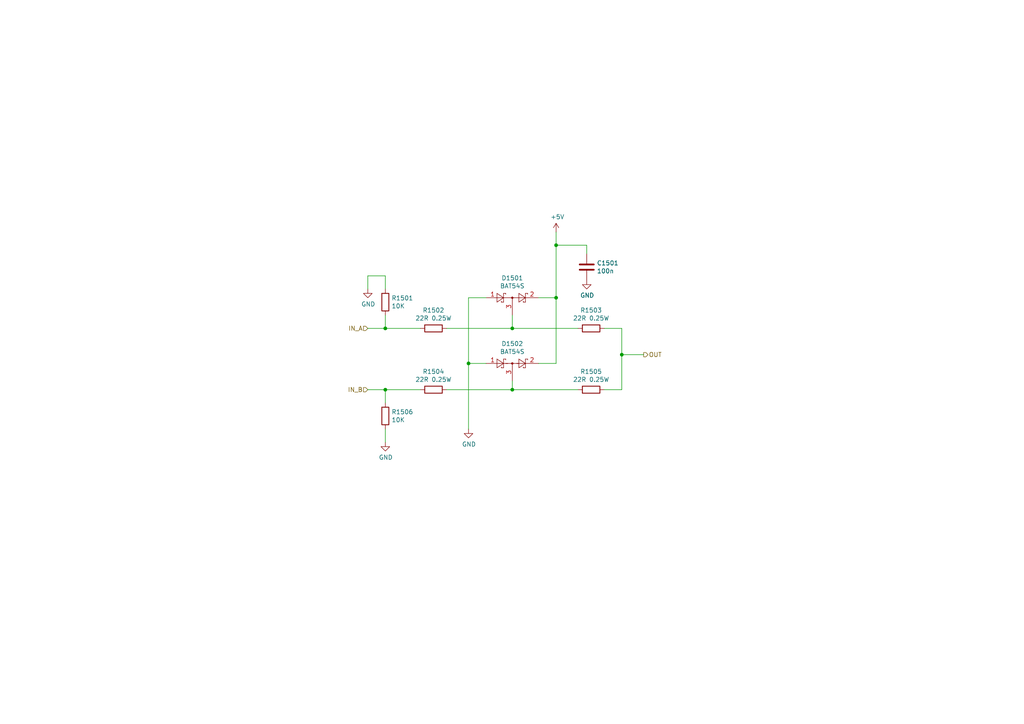
<source format=kicad_sch>
(kicad_sch (version 20211123) (generator eeschema)
  (paper "A4")
  (title_block (title "WS2812 Controller") (date "2021-10-10") (rev "1") (company "Stefan Misik") (comment 1 "LED Driver Output Stage"))
  (lib_symbols
    (symbol "Device:C" (pin_numbers hide) (pin_names (offset 0.254))
      (property "Reference" "C" (at 0.635 2.54 0))
      (property "Value" "C" (at 0.635 -2.54 0))
      (symbol "C_0_1"
        (polyline (pts (xy -2.032 -0.762) (xy 2.032 -0.762)) (stroke (width 0.508)))
        (polyline (pts (xy -2.032 0.762) (xy 2.032 0.762)) (stroke (width 0.508)))
      )
      (symbol "C_1_1"
        (pin passive line (at 0 3.81 270) (length 2.794) (name "~") (number "1"))
        (pin passive line (at 0 -3.81 90) (length 2.794) (name "~") (number "2"))
      )
    )
    (symbol "Device:R" (pin_numbers hide) (pin_names (offset 0))
      (property "Reference" "R" (at 2.032 0 90))
      (property "Value" "R" (at 0 0 90))
      (symbol "R_0_1"
        (rectangle (start -1.016 -2.54) (end 1.016 2.54) (stroke (width 0.254)))
      )
      (symbol "R_1_1"
        (pin passive line (at 0 3.81 270) (length 1.27) (name "~") (number "1"))
        (pin passive line (at 0 -3.81 90) (length 1.27) (name "~") (number "2"))
      )
    )
    (symbol "Diode:BAT54S" (pin_names (offset 1.016))
      (property "Reference" "D" (at 0.635 -3.81 0))
      (property "Value" "BAT54S" (at -6.35 3.175 0))
      (symbol "BAT54S_0_1"
        (polyline (pts (xy -3.81 0) (xy -1.27 0)))
        (polyline (pts (xy -3.175 -1.27) (xy -3.175 -1.016)))
        (polyline (pts (xy -2.54 -1.27) (xy -3.175 -1.27)))
        (polyline (pts (xy -2.54 -1.27) (xy -2.54 1.27)))
        (polyline (pts (xy -2.54 1.27) (xy -1.905 1.27)))
        (polyline (pts (xy -1.905 0) (xy 1.905 0)))
        (polyline (pts (xy -1.905 1.27) (xy -1.905 1.016)))
        (polyline (pts (xy 1.27 0) (xy 3.81 0)))
        (polyline (pts (xy 3.175 -1.27) (xy 3.175 -1.016)))
        (polyline (pts (xy 3.81 -1.27) (xy 3.175 -1.27)))
        (polyline (pts (xy 3.81 -1.27) (xy 3.81 1.27)))
        (polyline (pts (xy 3.81 1.27) (xy 4.445 1.27)))
        (polyline (pts (xy 4.445 1.27) (xy 4.445 1.016)))
        (polyline (pts (xy -4.445 1.27) (xy -4.445 -1.27) (xy -2.54 0) (xy -4.445 1.27)))
        (polyline (pts (xy 1.905 1.27) (xy 1.905 -1.27) (xy 3.81 0) (xy 1.905 1.27)))
        (circle (center 0 0) (radius 0.254) (fill (type outline)))
      )
      (symbol "BAT54S_1_1"
        (pin passive line (at -7.62 0 0) (length 3.81) (name "~") (number "1"))
        (pin passive line (at 7.62 0 180) (length 3.81) (name "~") (number "2"))
        (pin passive line (at 0 -5.08 90) (length 5.08) (name "~") (number "3"))
      )
    )
    (symbol "power:+5V" (power) (pin_names (offset 0))
      (property "Value" "+5V" (at 0 3.556 0))
      (symbol "+5V_0_1"
        (polyline (pts (xy -0.762 1.27) (xy 0 2.54)))
        (polyline (pts (xy 0 0) (xy 0 2.54)))
        (polyline (pts (xy 0 2.54) (xy 0.762 1.27)))
      )
      (symbol "+5V_1_1"
        (pin power_in line (at 0 0 90) (length 0) hide (name "+5V") (number "1"))
      )
    )
    (symbol "power:GND" (power) (pin_names (offset 0))
      (property "Value" "GND" (at 0 -3.81 0))
      (symbol "GND_0_1"
        (polyline (pts (xy 0 0) (xy 0 -1.27) (xy 1.27 -1.27) (xy 0 -2.54) (xy -1.27 -1.27) (xy 0 -1.27)))
      )
      (symbol "GND_1_1"
        (pin power_in line (at 0 0 270) (length 0) hide (name "GND") (number "1"))
      )
    )
  )
  (junction (at 135.89 105.41))
  (junction (at 161.29 71.12))
  (junction (at 161.29 86.36))
  (junction (at 111.76 113.03))
  (junction (at 148.59 95.25))
  (junction (at 180.34 102.87))
  (junction (at 148.59 113.03))
  (junction (at 111.76 95.25))
  (wire (pts (xy 129.54 113.03) (xy 148.59 113.03)))
  (wire (pts (xy 111.76 124.46) (xy 111.76 128.27)))
  (wire (pts (xy 161.29 71.12) (xy 161.29 86.36)))
  (wire (pts (xy 161.29 86.36) (xy 161.29 105.41)))
  (wire (pts (xy 148.59 95.25) (xy 167.64 95.25)))
  (wire (pts (xy 180.34 113.03) (xy 180.34 102.87)))
  (wire (pts (xy 135.89 124.46) (xy 135.89 105.41)))
  (wire (pts (xy 111.76 83.82) (xy 111.76 80.01)))
  (wire (pts (xy 111.76 113.03) (xy 121.92 113.03)))
  (wire (pts (xy 161.29 86.36) (xy 156.21 86.36)))
  (wire (pts (xy 135.89 86.36) (xy 140.97 86.36)))
  (wire (pts (xy 106.68 95.25) (xy 111.76 95.25)))
  (wire (pts (xy 186.69 102.87) (xy 180.34 102.87)))
  (wire (pts (xy 129.54 95.25) (xy 148.59 95.25)))
  (wire (pts (xy 135.89 105.41) (xy 140.97 105.41)))
  (wire (pts (xy 170.18 71.12) (xy 161.29 71.12)))
  (wire (pts (xy 175.26 113.03) (xy 180.34 113.03)))
  (wire (pts (xy 161.29 67.31) (xy 161.29 71.12)))
  (wire (pts (xy 106.68 80.01) (xy 106.68 83.82)))
  (wire (pts (xy 170.18 73.66) (xy 170.18 71.12)))
  (wire (pts (xy 148.59 91.44) (xy 148.59 95.25)))
  (wire (pts (xy 180.34 95.25) (xy 175.26 95.25)))
  (wire (pts (xy 111.76 116.84) (xy 111.76 113.03)))
  (wire (pts (xy 161.29 105.41) (xy 156.21 105.41)))
  (wire (pts (xy 180.34 102.87) (xy 180.34 95.25)))
  (wire (pts (xy 135.89 105.41) (xy 135.89 86.36)))
  (wire (pts (xy 148.59 110.49) (xy 148.59 113.03)))
  (wire (pts (xy 148.59 113.03) (xy 167.64 113.03)))
  (wire (pts (xy 111.76 95.25) (xy 121.92 95.25)))
  (wire (pts (xy 111.76 91.44) (xy 111.76 95.25)))
  (wire (pts (xy 111.76 80.01) (xy 106.68 80.01)))
  (wire (pts (xy 106.68 113.03) (xy 111.76 113.03)))
  (hierarchical_label "IN_A" (shape input) (at 106.68 95.25 180))
  (hierarchical_label "OUT" (shape output) (at 186.69 102.87 0))
  (hierarchical_label "IN_B" (shape input) (at 106.68 113.03 180))
  (symbol (lib_id "Device:R") (at 125.73 95.25 270)
    (property "Reference" "R1502" (at 125.73 89.9922 90))
    (property "Value" "22R 0.25W" (at 125.73 92.3036 90))
    (property "Footprint" "Resistor_SMD:R_1206_3216Metric_Pad1.30x1.75mm_HandSolder" (effects hide))
  )
  (symbol (lib_id "Device:R") (at 171.45 95.25 270)
    (property "Reference" "R1503" (at 171.45 89.9922 90))
    (property "Value" "22R 0.25W" (at 171.45 92.3036 90))
    (property "Footprint" "Resistor_SMD:R_1206_3216Metric_Pad1.30x1.75mm_HandSolder" (effects hide))
  )
  (symbol (lib_id "Device:R") (at 125.73 113.03 270)
    (property "Reference" "R1504" (at 125.73 107.7722 90))
    (property "Value" "22R 0.25W" (at 125.73 110.0836 90))
    (property "Footprint" "Resistor_SMD:R_1206_3216Metric_Pad1.30x1.75mm_HandSolder" (effects hide))
  )
  (symbol (lib_id "Device:R") (at 171.45 113.03 270)
    (property "Reference" "R1505" (at 171.45 107.7722 90))
    (property "Value" "22R 0.25W" (at 171.45 110.0836 90))
    (property "Footprint" "Resistor_SMD:R_1206_3216Metric_Pad1.30x1.75mm_HandSolder" (effects hide))
  )
  (symbol (lib_id "power:+5V") (at 161.29 67.31 0)
    (property "Reference" "#PWR01501" (effects hide))
    (property "Value" "+5V" (at 161.671 62.9158 0))
  )
  (symbol (lib_id "power:GND") (at 135.89 124.46 0)
    (property "Reference" "#PWR01504" (effects hide))
    (property "Value" "GND" (at 136.017 128.8542 0))
  )
  (symbol (lib_id "Device:R") (at 111.76 87.63 0)
    (property "Reference" "R1501" (at 113.538 86.4616 0) (effects (justify left)))
    (property "Value" "10K" (at 113.538 88.773 0) (effects (justify left)))
    (property "Footprint" "Resistor_SMD:R_0805_2012Metric_Pad1.20x1.40mm_HandSolder" (effects hide))
  )
  (symbol (lib_id "Device:R") (at 111.76 120.65 0)
    (property "Reference" "R1506" (at 113.538 119.4816 0) (effects (justify left)))
    (property "Value" "10K" (at 113.538 121.793 0) (effects (justify left)))
    (property "Footprint" "Resistor_SMD:R_0805_2012Metric_Pad1.20x1.40mm_HandSolder" (effects hide))
  )
  (symbol (lib_id "power:GND") (at 106.68 83.82 0)
    (property "Reference" "#PWR01503" (effects hide))
    (property "Value" "GND" (at 106.807 88.2142 0))
  )
  (symbol (lib_id "power:GND") (at 111.76 128.27 0)
    (property "Reference" "#PWR01505" (effects hide))
    (property "Value" "GND" (at 111.887 132.6642 0))
  )
  (symbol (lib_id "Diode:BAT54S") (at 148.59 86.36 0)
    (property "Reference" "D1501" (at 148.59 80.645 0))
    (property "Value" "BAT54S" (at 148.59 82.9564 0))
    (property "Footprint" "Package_TO_SOT_SMD:SOT-23_Handsoldering" (effects hide))
    (property "Datasheet" "https://www.diodes.com/assets/Datasheets/ds11005.pdf" (effects hide))
  )
  (symbol (lib_id "Diode:BAT54S") (at 148.59 105.41 0)
    (property "Reference" "D1502" (at 148.59 99.695 0))
    (property "Value" "BAT54S" (at 148.59 102.0064 0))
    (property "Footprint" "Package_TO_SOT_SMD:SOT-23_Handsoldering" (effects hide))
    (property "Datasheet" "https://www.diodes.com/assets/Datasheets/ds11005.pdf" (effects hide))
  )
  (symbol (lib_id "Device:C") (at 170.18 77.47 0)
    (property "Reference" "C1501" (at 173.101 76.3016 0) (effects (justify left)))
    (property "Value" "100n" (at 173.101 78.613 0) (effects (justify left)))
    (property "Footprint" "Capacitor_SMD:C_0805_2012Metric_Pad1.18x1.45mm_HandSolder" (effects hide))
  )
  (symbol (lib_id "power:GND") (at 170.18 81.28 0)
    (property "Reference" "#PWR01502" (effects hide))
    (property "Value" "GND" (at 170.307 85.6742 0))
  )
)
</source>
